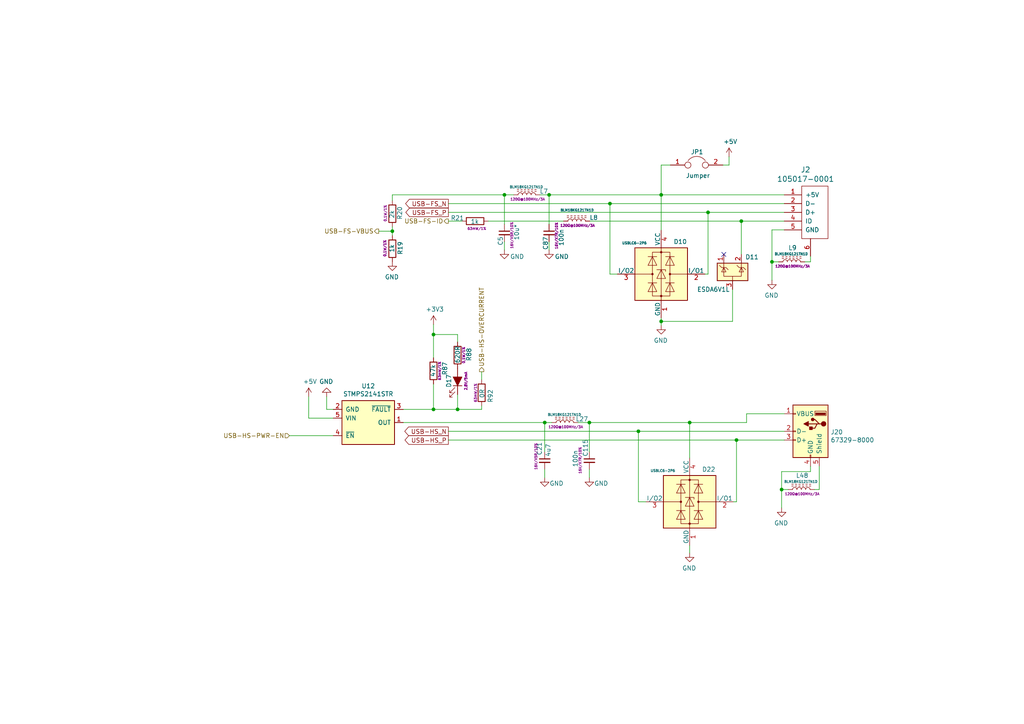
<source format=kicad_sch>
(kicad_sch (version 20211123) (generator eeschema)
  (paper "A4")
  (title_block (title "Buddy") (date "2019-10-24") (rev "v1.0.0") (company "PRUSA Research s.r.o.") (comment 1 "http://creativecommons.org/licenses/by-sa/4.0/") (comment 2 "Licensed under the Attribution-ShareAlike 4.0 International (CC BY-SA 4.0)"))
  (lib_symbols
    (symbol "BUDDY_v1.0.0-rescue:Jumper-Device" (pin_names (offset 0.762) hide)
      (property "Reference" "JP" (at 0 3.81 0))
      (property "Value" "Jumper-Device" (at 0 -2.032 0))
      (symbol "Jumper-Device_0_1"
        (circle (center -2.54 0) (radius 0.889))
        (arc (start 2.5146 1.27) (mid 0.0127 2.5097) (end -2.4892 1.27))
        (circle (center 2.54 0) (radius 0.889))
        (pin passive line (at -7.62 0 0) (length 4.191) (name "1") (number "1"))
        (pin passive line (at 7.62 0 180) (length 4.191) (name "2") (number "2"))
      )
    )
    (symbol "BUDDY_v1.0.0-rescue:LED_ALT-Device" (pin_numbers hide) (pin_names (offset 1.016) hide)
      (property "Reference" "D" (at 0 2.54 0))
      (property "Value" "LED_ALT-Device" (at 0 -2.54 0))
      (symbol "LED_ALT-Device_0_1"
        (polyline (pts (xy -1.27 -1.27) (xy -1.27 1.27)) (stroke (width 0.2032)))
        (polyline (pts (xy -1.27 0) (xy 1.27 0)))
        (polyline (pts (xy 1.27 -1.27) (xy 1.27 1.27) (xy -1.27 0) (xy 1.27 -1.27)) (stroke (width 0.2032)) (fill (type outline)))
        (polyline (pts (xy -3.048 -0.762) (xy -4.572 -2.286) (xy -3.81 -2.286) (xy -4.572 -2.286) (xy -4.572 -1.524)))
        (polyline (pts (xy -1.778 -0.762) (xy -3.302 -2.286) (xy -2.54 -2.286) (xy -3.302 -2.286) (xy -3.302 -1.524)))
      )
      (symbol "LED_ALT-Device_1_1"
        (pin passive line (at -3.81 0 0) (length 2.54) (name "K") (number "1"))
        (pin passive line (at 3.81 0 180) (length 2.54) (name "A") (number "2"))
      )
    )
    (symbol "BUDDY_v1.0.0-rescue:L_Core_Ferrite-Device" (pin_numbers hide) (pin_names (offset 1.016) hide)
      (property "Reference" "L" (at -1.27 0 90))
      (property "Value" "L_Core_Ferrite-Device" (at 2.794 0 90))
      (symbol "L_Core_Ferrite-Device_0_1"
        (arc (start 0 -2.54) (mid 0.635 -1.905) (end 0 -1.27))
        (arc (start 0 -1.27) (mid 0.635 -0.635) (end 0 0))
        (polyline (pts (xy 1.016 -2.794) (xy 1.016 -2.286)))
        (polyline (pts (xy 1.016 -1.778) (xy 1.016 -1.27)))
        (polyline (pts (xy 1.016 -0.762) (xy 1.016 -0.254)))
        (polyline (pts (xy 1.016 0.254) (xy 1.016 0.762)))
        (polyline (pts (xy 1.016 1.27) (xy 1.016 1.778)))
        (polyline (pts (xy 1.016 2.286) (xy 1.016 2.794)))
        (polyline (pts (xy 1.524 -2.286) (xy 1.524 -2.794)))
        (polyline (pts (xy 1.524 -1.27) (xy 1.524 -1.778)))
        (polyline (pts (xy 1.524 -0.254) (xy 1.524 -0.762)))
        (polyline (pts (xy 1.524 0.762) (xy 1.524 0.254)))
        (polyline (pts (xy 1.524 1.778) (xy 1.524 1.27)))
        (polyline (pts (xy 1.524 2.794) (xy 1.524 2.286)))
        (arc (start 0 0) (mid 0.635 0.635) (end 0 1.27))
        (arc (start 0 1.27) (mid 0.635 1.905) (end 0 2.54))
      )
      (symbol "L_Core_Ferrite-Device_1_1"
        (pin passive line (at 0 3.81 270) (length 1.27) (name "1") (number "1"))
        (pin passive line (at 0 -3.81 90) (length 1.27) (name "2") (number "2"))
      )
    )
    (symbol "BUDDY_v1.0.0-rescue:PRTR5V0U2X-Power_Protection" (pin_names (offset 0))
      (property "Reference" "D" (at 2.794 8.636 0))
      (property "Value" "PRTR5V0U2X-Power_Protection" (at 8.128 -9.398 0))
      (symbol "PRTR5V0U2X-Power_Protection_0_1"
        (rectangle (start -7.62 -7.62) (end 7.62 7.62) (stroke (width 0.254)) (fill (type background)))
        (circle (center -2.54 0) (radius 0.254) (fill (type outline)))
        (circle (center 0 -6.35) (radius 0.254) (fill (type outline)))
        (polyline (pts (xy -2.54 -2.54) (xy -2.54 5.08)))
        (polyline (pts (xy -2.54 0) (xy -7.62 0)))
        (polyline (pts (xy -1.27 -2.54) (xy -3.81 -2.54)))
        (polyline (pts (xy -1.27 5.08) (xy -3.81 5.08)))
        (polyline (pts (xy 0 -7.62) (xy 0 -6.35)))
        (polyline (pts (xy 0 -6.35) (xy 0 1.27)))
        (polyline (pts (xy 0 1.27) (xy 0 6.35)))
        (polyline (pts (xy 0 6.35) (xy 0 7.62)))
        (polyline (pts (xy 1.27 -2.54) (xy 3.81 -2.54)))
        (polyline (pts (xy 1.27 5.08) (xy 3.81 5.08)))
        (polyline (pts (xy 2.54 -2.54) (xy 2.54 5.08)))
        (polyline (pts (xy 2.54 0) (xy 7.62 0)))
        (polyline (pts (xy 0 -6.35) (xy -2.54 -6.35) (xy -2.54 -2.54)))
        (polyline (pts (xy 1.27 1.27) (xy -1.27 1.27) (xy -1.27 0.762)))
        (polyline (pts (xy 2.54 -2.54) (xy 2.54 -6.35) (xy 0 -6.35)))
        (polyline (pts (xy -3.81 -5.08) (xy -1.27 -5.08) (xy -2.54 -2.54) (xy -3.81 -5.08)))
        (polyline (pts (xy -3.81 2.54) (xy -1.27 2.54) (xy -2.54 5.08) (xy -3.81 2.54)))
        (polyline (pts (xy -2.54 5.08) (xy -2.54 6.35) (xy 2.54 6.35) (xy 2.54 5.08)))
        (polyline (pts (xy -1.27 -1.27) (xy 1.27 -1.27) (xy 0 1.27) (xy -1.27 -1.27)))
        (polyline (pts (xy 3.81 -5.08) (xy 1.27 -5.08) (xy 2.54 -2.54) (xy 3.81 -5.08)))
        (polyline (pts (xy 3.81 2.54) (xy 1.27 2.54) (xy 2.54 5.08) (xy 3.81 2.54)))
        (circle (center 0 6.35) (radius 0.254) (fill (type outline)))
        (circle (center 2.54 0) (radius 0.254) (fill (type outline)))
      )
      (symbol "PRTR5V0U2X-Power_Protection_1_1"
        (pin power_in line (at 0 -12.7 90) (length 5.08) (name "GND") (number "1"))
        (pin passive line (at -12.7 0 0) (length 5.08) (name "I/O1") (number "2"))
        (pin passive line (at 12.7 0 180) (length 5.08) (name "I/O2") (number "3"))
        (pin power_in line (at 0 12.7 270) (length 5.08) (name "VCC") (number "4"))
      )
    )
    (symbol "BUDDY_v1.0.0-rescue:SP0502BAHT-Power_Protection" (pin_names (offset 1.016) hide)
      (property "Reference" "D" (at 5.715 2.54 0))
      (property "Value" "SP0502BAHT-Power_Protection" (at 5.715 0.635 0))
      (symbol "SP0502BAHT-Power_Protection_0_0"
        (pin input line (at 0 -5.08 90) (length 2.54) (name "A") (number "3"))
      )
      (symbol "SP0502BAHT-Power_Protection_0_1"
        (rectangle (start -4.445 2.54) (end 4.445 -2.54) (stroke (width 0.254)) (fill (type background)))
        (polyline (pts (xy -2.54 2.54) (xy -2.54 1.27)))
        (polyline (pts (xy 0 -1.27) (xy 0 -2.54)))
        (polyline (pts (xy 2.54 2.54) (xy 2.54 1.27)))
        (polyline (pts (xy -3.81 1.905) (xy -3.175 1.27) (xy -1.905 1.27) (xy -1.27 0.635)))
        (polyline (pts (xy -2.54 1.27) (xy -2.54 -1.27) (xy 2.54 -1.27) (xy 2.54 1.27)))
        (polyline (pts (xy -2.54 1.27) (xy -1.905 0) (xy -3.175 0) (xy -2.54 1.27)))
        (polyline (pts (xy 1.27 1.905) (xy 1.905 1.27) (xy 3.175 1.27) (xy 3.81 0.635)))
        (polyline (pts (xy 2.54 1.27) (xy 1.905 0) (xy 3.175 0) (xy 2.54 1.27)))
      )
      (symbol "SP0502BAHT-Power_Protection_1_1"
        (pin input line (at -2.54 5.08 270) (length 2.54) (name "K") (number "1"))
        (pin input line (at 2.54 5.08 270) (length 2.54) (name "K") (number "2"))
      )
    )
    (symbol "BUDDY_v1.0.0-rescue:STMPS2141STR-Power_Management" (pin_names (offset 1.016))
      (property "Reference" "U" (at -7.62 11.43 0))
      (property "Value" "STMPS2141STR-Power_Management" (at 7.62 8.89 0))
      (symbol "STMPS2141STR-Power_Management_0_1"
        (rectangle (start -7.62 7.62) (end 7.62 -5.08) (stroke (width 0.254)) (fill (type background)))
      )
      (symbol "STMPS2141STR-Power_Management_1_1"
        (pin power_out line (at 10.16 1.27 180) (length 2.54) (name "OUT") (number "1"))
        (pin power_in line (at -10.16 5.08 0) (length 2.54) (name "GND") (number "2"))
        (pin power_out line (at 10.16 5.08 180) (length 2.54) (name "~{FAULT}") (number "3"))
        (pin input line (at -10.16 -2.54 0) (length 2.54) (name "~{EN}") (number "4"))
        (pin power_in line (at -10.16 2.54 0) (length 2.54) (name "VIN") (number "5"))
      )
    )
    (symbol "BUDDY_v1.0.0-rescue:USB-micro-Connector" (pin_names (offset 1.016))
      (property "Reference" "J" (at 1.27 -8.89 0))
      (property "Value" "USB-micro-Connector" (at -1.27 8.89 0))
      (symbol "USB-micro-Connector_0_1"
        (rectangle (start 0 7.62) (end -7.62 -7.62))
      )
      (symbol "USB-micro-Connector_1_1"
        (pin input line (at 5.08 5.08 180) (length 5.08) (name "+5V") (number "1"))
        (pin input line (at 5.08 2.54 180) (length 5.08) (name "D-") (number "2"))
        (pin input line (at 5.08 0 180) (length 5.08) (name "D+") (number "3"))
        (pin input line (at 5.08 -2.54 180) (length 5.08) (name "ID") (number "4"))
        (pin input line (at 5.08 -5.08 180) (length 5.08) (name "GND") (number "5"))
        (pin input line (at -2.54 -12.7 90) (length 5.08) (name "~") (number "6"))
      )
    )
    (symbol "BUDDY_v1.0.0-rescue:USB_A-Connector" (pin_names (offset 1.016))
      (property "Reference" "J" (at -5.08 11.43 0))
      (property "Value" "USB_A-Connector" (at -5.08 8.89 0))
      (symbol "USB_A-Connector_0_1"
        (rectangle (start -5.08 -7.62) (end 5.08 7.62) (stroke (width 0.254)) (fill (type background)))
        (circle (center -3.81 2.159) (radius 0.635) (stroke (width 0.254)) (fill (type outline)))
        (rectangle (start -1.524 4.826) (end -4.318 5.334) (fill (type outline)))
        (rectangle (start -1.27 4.572) (end -4.572 5.842))
        (circle (center -0.635 3.429) (radius 0.381) (stroke (width 0.254)) (fill (type outline)))
        (rectangle (start -0.127 -7.62) (end 0.127 -6.858))
        (polyline (pts (xy -3.175 2.159) (xy -2.54 2.159) (xy -1.27 3.429) (xy -0.635 3.429)) (stroke (width 0.254)))
        (polyline (pts (xy -2.54 2.159) (xy -1.905 2.159) (xy -1.27 0.889) (xy 0 0.889)) (stroke (width 0.254)))
        (polyline (pts (xy 0.635 2.794) (xy 0.635 1.524) (xy 1.905 2.159) (xy 0.635 2.794)) (stroke (width 0.254)) (fill (type outline)))
        (rectangle (start 0.254 1.27) (end -0.508 0.508) (stroke (width 0.254)) (fill (type outline)))
        (rectangle (start 5.08 -2.667) (end 4.318 -2.413))
        (rectangle (start 5.08 -0.127) (end 4.318 0.127))
        (rectangle (start 5.08 4.953) (end 4.318 5.207))
      )
      (symbol "USB_A-Connector_1_1"
        (polyline (pts (xy -1.905 2.159) (xy 0.635 2.159)) (stroke (width 0.254)))
        (pin power_in line (at 7.62 5.08 180) (length 2.54) (name "VBUS") (number "1"))
        (pin passive line (at 7.62 0 180) (length 2.54) (name "D-") (number "2"))
        (pin passive line (at 7.62 -2.54 180) (length 2.54) (name "D+") (number "3"))
        (pin power_in line (at 0 -10.16 90) (length 2.54) (name "GND") (number "4"))
        (pin passive line (at -2.54 -10.16 90) (length 2.54) (name "Shield") (number "5"))
      )
    )
    (symbol "Device:C_Small" (pin_numbers hide) (pin_names (offset 0.254) hide)
      (property "Reference" "C" (at 0.254 1.778 0))
      (property "Value" "C_Small" (at 0.254 -2.032 0))
      (symbol "C_Small_0_1"
        (polyline (pts (xy -1.524 -0.508) (xy 1.524 -0.508)) (stroke (width 0.3302)))
        (polyline (pts (xy -1.524 0.508) (xy 1.524 0.508)) (stroke (width 0.3048)))
      )
      (symbol "C_Small_1_1"
        (pin passive line (at 0 2.54 270) (length 2.032) (name "~") (number "1"))
        (pin passive line (at 0 -2.54 90) (length 2.032) (name "~") (number "2"))
      )
    )
    (symbol "Device:R" (pin_numbers hide) (pin_names (offset 0))
      (property "Reference" "R" (at 2.032 0 90))
      (property "Value" "R" (at 0 0 90))
      (symbol "R_0_1"
        (rectangle (start -1.016 -2.54) (end 1.016 2.54) (stroke (width 0.254)))
      )
      (symbol "R_1_1"
        (pin passive line (at 0 3.81 270) (length 1.27) (name "~") (number "1"))
        (pin passive line (at 0 -3.81 90) (length 1.27) (name "~") (number "2"))
      )
    )
    (symbol "power:+3.3V" (power) (pin_names (offset 0))
      (property "Value" "+3.3V" (at 0 3.556 0))
      (symbol "+3.3V_0_1"
        (polyline (pts (xy -0.762 1.27) (xy 0 2.54)))
        (polyline (pts (xy 0 0) (xy 0 2.54)))
        (polyline (pts (xy 0 2.54) (xy 0.762 1.27)))
      )
      (symbol "+3.3V_1_1"
        (pin power_in line (at 0 0 90) (length 0) hide (name "+3V3") (number "1"))
      )
    )
    (symbol "power:+5V" (power) (pin_names (offset 0))
      (property "Value" "+5V" (at 0 3.556 0))
      (symbol "+5V_0_1"
        (polyline (pts (xy -0.762 1.27) (xy 0 2.54)))
        (polyline (pts (xy 0 0) (xy 0 2.54)))
        (polyline (pts (xy 0 2.54) (xy 0.762 1.27)))
      )
      (symbol "+5V_1_1"
        (pin power_in line (at 0 0 90) (length 0) hide (name "+5V") (number "1"))
      )
    )
    (symbol "power:GND" (power) (pin_names (offset 0))
      (property "Value" "GND" (at 0 -3.81 0))
      (symbol "GND_0_1"
        (polyline (pts (xy 0 0) (xy 0 -1.27) (xy 1.27 -1.27) (xy 0 -2.54) (xy -1.27 -1.27) (xy 0 -1.27)))
      )
      (symbol "GND_1_1"
        (pin power_in line (at 0 0 270) (length 0) hide (name "GND") (number "1"))
      )
    )
  )
  (junction (at 146.304 56.515))
  (junction (at 226.695 141.986))
  (junction (at 157.988 122.555))
  (junction (at 159.258 56.515))
  (junction (at 170.942 122.555))
  (junction (at 213.614 127.635))
  (junction (at 223.901 75.946))
  (junction (at 205.359 61.595))
  (junction (at 191.77 56.515))
  (junction (at 191.77 93.218))
  (junction (at 125.73 118.745))
  (junction (at 125.73 97.028))
  (junction (at 185.166 125.095))
  (junction (at 113.792 67.056))
  (junction (at 200.025 122.555))
  (junction (at 215.011 64.135))
  (junction (at 132.715 118.745))
  (junction (at 176.911 59.055))
  (no_connect (at 209.931 73.787))
  (wire (pts (xy 225.806 75.946) (xy 223.901 75.946)))
  (wire (pts (xy 113.792 67.056) (xy 113.792 65.786)))
  (wire (pts (xy 226.695 136.779) (xy 226.695 141.986)))
  (wire (pts (xy 227.457 120.015) (xy 216.535 120.015)))
  (wire (pts (xy 159.258 72.517) (xy 159.258 70.104)))
  (wire (pts (xy 216.535 120.015) (xy 216.535 122.555)))
  (wire (pts (xy 170.942 131.064) (xy 170.942 122.555)))
  (wire (pts (xy 191.77 94.361) (xy 191.77 93.218)))
  (wire (pts (xy 130.048 127.635) (xy 213.614 127.635)))
  (wire (pts (xy 116.967 118.745) (xy 125.73 118.745)))
  (wire (pts (xy 211.455 47.879) (xy 211.455 45.466)))
  (wire (pts (xy 191.77 66.802) (xy 191.77 56.515)))
  (wire (pts (xy 233.426 75.946) (xy 235.077 75.946)))
  (wire (pts (xy 141.605 64.135) (xy 163.449 64.135)))
  (wire (pts (xy 89.535 121.285) (xy 89.535 115.062)))
  (wire (pts (xy 179.07 79.502) (xy 176.911 79.502)))
  (wire (pts (xy 205.359 61.595) (xy 227.457 61.595)))
  (wire (pts (xy 209.677 47.879) (xy 211.455 47.879)))
  (wire (pts (xy 159.258 65.024) (xy 159.258 56.515)))
  (wire (pts (xy 113.792 68.326) (xy 113.792 67.056)))
  (wire (pts (xy 235.077 75.946) (xy 235.077 74.295)))
  (wire (pts (xy 191.77 56.515) (xy 191.77 47.879)))
  (wire (pts (xy 125.73 97.028) (xy 125.73 103.759)))
  (wire (pts (xy 200.025 158.242) (xy 200.025 160.401)))
  (wire (pts (xy 157.988 122.555) (xy 157.988 131.064)))
  (wire (pts (xy 223.901 75.946) (xy 223.901 81.28)))
  (wire (pts (xy 113.792 56.515) (xy 146.304 56.515)))
  (wire (pts (xy 170.942 138.557) (xy 170.942 136.144)))
  (wire (pts (xy 130.048 59.055) (xy 176.911 59.055)))
  (wire (pts (xy 215.011 73.787) (xy 215.011 64.135)))
  (wire (pts (xy 157.988 122.555) (xy 160.02 122.555)))
  (wire (pts (xy 212.725 145.542) (xy 213.614 145.542)))
  (wire (pts (xy 157.988 138.557) (xy 157.988 136.144)))
  (wire (pts (xy 159.258 56.515) (xy 191.77 56.515)))
  (wire (pts (xy 113.792 58.166) (xy 113.792 56.515)))
  (wire (pts (xy 237.617 135.255) (xy 237.617 141.986)))
  (wire (pts (xy 215.011 64.135) (xy 227.457 64.135)))
  (wire (pts (xy 94.742 118.745) (xy 94.742 115.062)))
  (wire (pts (xy 212.471 93.218) (xy 212.471 83.947)))
  (wire (pts (xy 125.73 97.028) (xy 125.73 94.107)))
  (wire (pts (xy 213.614 127.635) (xy 227.457 127.635)))
  (wire (pts (xy 185.166 145.542) (xy 185.166 125.095)))
  (wire (pts (xy 176.911 59.055) (xy 227.457 59.055)))
  (wire (pts (xy 146.304 56.515) (xy 148.971 56.515)))
  (wire (pts (xy 132.715 97.028) (xy 132.715 99.187)))
  (wire (pts (xy 205.359 79.502) (xy 205.359 61.595)))
  (wire (pts (xy 235.077 135.255) (xy 235.077 136.779)))
  (wire (pts (xy 187.325 145.542) (xy 185.166 145.542)))
  (wire (pts (xy 185.166 125.095) (xy 227.457 125.095)))
  (wire (pts (xy 139.7 118.745) (xy 139.7 117.729)))
  (wire (pts (xy 139.7 110.109) (xy 139.7 107.823)))
  (wire (pts (xy 96.647 126.365) (xy 83.947 126.365)))
  (wire (pts (xy 96.647 118.745) (xy 94.742 118.745)))
  (wire (pts (xy 125.73 111.379) (xy 125.73 118.745)))
  (wire (pts (xy 200.025 132.842) (xy 200.025 122.555)))
  (wire (pts (xy 146.304 56.515) (xy 146.304 65.024)))
  (wire (pts (xy 130.048 64.135) (xy 133.985 64.135)))
  (wire (pts (xy 96.647 121.285) (xy 89.535 121.285)))
  (wire (pts (xy 132.715 118.745) (xy 132.715 114.427)))
  (wire (pts (xy 130.048 61.595) (xy 205.359 61.595)))
  (wire (pts (xy 226.695 141.986) (xy 226.695 147.32)))
  (wire (pts (xy 237.617 141.986) (xy 236.22 141.986)))
  (wire (pts (xy 200.025 122.555) (xy 216.535 122.555)))
  (wire (pts (xy 132.715 118.745) (xy 139.7 118.745)))
  (wire (pts (xy 116.967 122.555) (xy 157.988 122.555)))
  (wire (pts (xy 125.73 97.028) (xy 132.715 97.028)))
  (wire (pts (xy 167.64 122.555) (xy 170.942 122.555)))
  (wire (pts (xy 191.77 56.515) (xy 227.457 56.515)))
  (wire (pts (xy 223.901 66.675) (xy 227.457 66.675)))
  (wire (pts (xy 228.6 141.986) (xy 226.695 141.986)))
  (wire (pts (xy 191.77 93.218) (xy 212.471 93.218)))
  (wire (pts (xy 171.069 64.135) (xy 215.011 64.135)))
  (wire (pts (xy 191.77 47.879) (xy 194.437 47.879)))
  (wire (pts (xy 235.077 136.779) (xy 226.695 136.779)))
  (wire (pts (xy 170.942 122.555) (xy 200.025 122.555)))
  (wire (pts (xy 213.614 145.542) (xy 213.614 127.635)))
  (wire (pts (xy 191.77 93.218) (xy 191.77 92.202)))
  (wire (pts (xy 130.048 125.095) (xy 185.166 125.095)))
  (wire (pts (xy 156.591 56.515) (xy 159.258 56.515)))
  (wire (pts (xy 113.792 67.056) (xy 109.855 67.056)))
  (wire (pts (xy 125.73 118.745) (xy 132.715 118.745)))
  (wire (pts (xy 146.304 72.517) (xy 146.304 70.104)))
  (wire (pts (xy 223.901 66.675) (xy 223.901 75.946)))
  (wire (pts (xy 204.47 79.502) (xy 205.359 79.502)))
  (wire (pts (xy 176.911 79.502) (xy 176.911 59.055)))
  (global_label "USB-FS_N" (shape output) (at 130.048 59.055 180) (property "Intersheet References" "${INTERSHEET_REFS}" (effects hide)))
  (global_label "USB-HS_N" (shape output) (at 130.048 125.095 180) (property "Intersheet References" "${INTERSHEET_REFS}" (effects hide)))
  (global_label "USB-HS_P" (shape output) (at 130.048 127.635 180) (property "Intersheet References" "${INTERSHEET_REFS}" (effects hide)))
  (global_label "USB-FS_P" (shape output) (at 130.048 61.595 180) (property "Intersheet References" "${INTERSHEET_REFS}" (effects hide)))
  (hierarchical_label "USB-FS-VBUS" (shape output) (at 109.855 67.056 180))
  (hierarchical_label "USB-HS-OVERCURRENT" (shape output) (at 139.7 107.823 90))
  (hierarchical_label "USB-HS-PWR-EN" (shape input) (at 83.947 126.365 180))
  (hierarchical_label "USB-FS-ID" (shape output) (at 130.048 64.135 180))
  (symbol (lib_id "BUDDY_v1.0.0-rescue:L_Core_Ferrite-Device") (at 229.616 75.946 90) (unit 1)
    (property "Reference" "L9" (at 229.87 71.882 90))
    (property "Value" "BLM18KG121TN1D" (at 229.489 73.66 90) (effects (font (size 0.7112 0.7112))))
    (property "Footprint" "A3IDES_footprints:R_0603_1608Metric" (effects hide))
    (property "req" "120Ω@100MHz/3A" (at 229.87 77.216 90) (effects (font (size 0.7112 0.7112))))
  )
  (symbol (lib_id "BUDDY_v1.0.0-rescue:SP0502BAHT-Power_Protection") (at 212.471 78.867 0) (unit 1)
    (property "Reference" "D11" (at 216.154 74.549 0) (effects (justify left)))
    (property "Value" "ESDA6V1L" (at 202.184 83.947 0) (effects (justify left)))
    (property "Footprint" "A3IDES_footprints:SOT-23" (effects hide))
  )
  (symbol (lib_id "Device:R") (at 113.792 72.136 0) (unit 1)
    (property "Reference" "R19" (at 116.078 73.914 90) (effects (justify left)))
    (property "Value" "1k" (at 113.665 73.279 90) (effects (justify left)))
    (property "Footprint" "A3IDES_footprints:R_0603_1608Metric" (effects hide))
    (property "req" "0,1W/1%" (at 111.633 72.009 90) (effects (font (size 0.7112 0.7112))))
  )
  (symbol (lib_id "Device:R") (at 113.792 61.976 0) (unit 1)
    (property "Reference" "R20" (at 115.951 63.754 90) (effects (justify left)))
    (property "Value" "2k" (at 113.665 63.373 90) (effects (justify left)))
    (property "Footprint" "A3IDES_footprints:R_0603_1608Metric" (effects hide))
    (property "req" "0,1W/1%" (at 111.76 61.849 90) (effects (font (size 0.7112 0.7112))))
  )
  (symbol (lib_id "power:GND") (at 113.792 75.946 0) (mirror y) (unit 1)
    (property "Reference" "#PWR0112" (effects hide))
    (property "Value" "GND" (at 113.665 80.3402 0))
  )
  (symbol (lib_id "BUDDY_v1.0.0-rescue:USB-micro-Connector") (at 232.537 61.595 0) (mirror y) (unit 1)
    (property "Reference" "J2" (at 233.6546 49.2252 0) (effects (font (size 1.524 1.524))))
    (property "Value" "105017-0001" (at 233.6546 51.9176 0) (effects (font (size 1.524 1.524))))
    (property "Footprint" "A3IDES_footprints:USB-micro" (effects hide))
  )
  (symbol (lib_id "power:GND") (at 223.901 81.28 0) (mirror y) (unit 1)
    (property "Reference" "#PWR024" (effects hide))
    (property "Value" "GND" (at 223.774 85.6742 0))
  )
  (symbol (lib_id "BUDDY_v1.0.0-rescue:PRTR5V0U2X-Power_Protection") (at 191.77 79.502 0) (mirror y) (unit 1)
    (property "Reference" "D10" (at 199.263 70.104 0) (effects (justify left)))
    (property "Value" "USBLC6-2P6" (at 187.579 70.485 0) (effects (font (size 0.7112 0.7112)) (justify left)))
    (property "Footprint" "A3IDES_footprints:SOT143B" (effects hide))
  )
  (symbol (lib_id "power:GND") (at 191.77 94.361 0) (mirror y) (unit 1)
    (property "Reference" "#PWR020" (effects hide))
    (property "Value" "GND" (at 191.643 98.7552 0))
  )
  (symbol (lib_id "Device:C_Small") (at 146.304 67.564 0) (unit 1)
    (property "Reference" "C5" (at 145.161 71.247 90) (effects (justify left)))
    (property "Value" "10u*" (at 149.86 69.723 90) (effects (justify left)))
    (property "Footprint" "A3IDES_footprints:C_0805_2012Metric" (effects hide))
    (property "req" "16V/X5R/10%" (at 148.463 72.136 90) (effects (font (size 0.7112 0.7112)) (justify left)))
  )
  (symbol (lib_id "power:GND") (at 146.304 72.517 0) (mirror y) (unit 1)
    (property "Reference" "#PWR022" (effects hide))
    (property "Value" "GND" (at 149.987 74.422 0))
  )
  (symbol (lib_id "power:GND") (at 226.695 147.32 0) (mirror y) (unit 1)
    (property "Reference" "#PWR0195" (effects hide))
    (property "Value" "GND" (at 226.568 151.7142 0))
  )
  (symbol (lib_id "BUDDY_v1.0.0-rescue:PRTR5V0U2X-Power_Protection") (at 200.025 145.542 0) (mirror y) (unit 1)
    (property "Reference" "D22" (at 207.518 136.144 0) (effects (justify left)))
    (property "Value" "USBLC6-2P6" (at 195.834 136.525 0) (effects (font (size 0.7112 0.7112)) (justify left)))
    (property "Footprint" "A3IDES_footprints:SOT143B" (effects hide))
  )
  (symbol (lib_id "power:GND") (at 200.025 160.401 0) (mirror y) (unit 1)
    (property "Reference" "#PWR0196" (effects hide))
    (property "Value" "GND" (at 199.898 164.7952 0))
  )
  (symbol (lib_id "BUDDY_v1.0.0-rescue:STMPS2141STR-Power_Management") (at 106.807 123.825 0) (unit 1)
    (property "Reference" "U12" (at 106.807 111.9632 0))
    (property "Value" "STMPS2141STR" (at 106.807 114.2746 0))
    (property "Footprint" "A3IDES_footprints:SOT-23-5" (effects hide))
  )
  (symbol (lib_id "Device:C_Small") (at 157.988 133.604 0) (unit 1)
    (property "Reference" "C21" (at 156.464 132.08 90) (effects (justify left)))
    (property "Value" "4u7" (at 159.004 132.461 90) (effects (justify left)))
    (property "Footprint" "A3IDES_footprints:C_0805_2012Metric" (effects hide))
    (property "req" "16V/X5R/10%" (at 155.448 136.271 90) (effects (font (size 0.7112 0.7112)) (justify left)))
  )
  (symbol (lib_id "power:GND") (at 157.988 138.557 0) (mirror y) (unit 1)
    (property "Reference" "#PWR0197" (effects hide))
    (property "Value" "GND" (at 161.417 140.208 0))
  )
  (symbol (lib_id "BUDDY_v1.0.0-rescue:LED_ALT-Device") (at 132.715 110.617 270) (mirror x) (unit 1)
    (property "Reference" "D17" (at 130.175 110.49 0))
    (property "Value" "GRN" (effects hide))
    (property "Footprint" "A3IDES_footprints:LED_0603" (effects hide))
    (property "req" "2,8V/5mA" (at 135.128 110.49 0) (effects (font (size 0.7112 0.7112))))
  )
  (symbol (lib_id "Device:R") (at 125.73 107.569 0) (unit 1)
    (property "Reference" "R87" (at 129.032 108.839 90) (effects (justify left)))
    (property "Value" "47k" (at 125.603 109.347 90) (effects (justify left)))
    (property "Footprint" "A3IDES_footprints:R_0402_1005Metric" (effects hide))
    (property "req" "63mW/1%" (at 127.508 107.569 90) (effects (font (size 0.7112 0.7112))))
  )
  (symbol (lib_id "Device:R") (at 132.715 102.997 0) (unit 1)
    (property "Reference" "R88" (at 136.017 104.775 90) (effects (justify left)))
    (property "Value" "620R" (at 132.715 105.41 90) (effects (justify left)))
    (property "Footprint" "A3IDES_footprints:R_0603_1608Metric" (effects hide))
    (property "req" "0,1W/1%" (at 134.493 102.997 90) (effects (font (size 0.7112 0.7112))))
  )
  (symbol (lib_id "Device:R") (at 139.7 113.919 180) (unit 1)
    (property "Reference" "R92" (at 142.24 112.903 90) (effects (justify left)))
    (property "Value" "0R" (at 139.827 112.776 90) (effects (justify left)))
    (property "Footprint" "A3IDES_footprints:R_0402_1005Metric" (effects hide))
    (property "req" "63mW/1%" (at 137.922 113.919 90) (effects (font (size 0.7112 0.7112))))
  )
  (symbol (lib_id "power:+3.3V") (at 125.73 94.107 0) (unit 1)
    (property "Reference" "#PWR0198" (effects hide))
    (property "Value" "+3.3V" (at 126.111 89.7128 0))
  )
  (symbol (lib_id "power:GND") (at 94.742 115.062 180) (unit 1)
    (property "Reference" "#PWR0199" (effects hide))
    (property "Value" "GND" (at 94.615 110.6678 0))
  )
  (symbol (lib_id "power:+5V") (at 89.535 115.062 0) (unit 1)
    (property "Reference" "#PWR0200" (effects hide))
    (property "Value" "+5V" (at 89.916 110.6678 0))
  )
  (symbol (lib_id "BUDDY_v1.0.0-rescue:L_Core_Ferrite-Device") (at 163.83 122.555 90) (unit 1)
    (property "Reference" "L27" (at 168.783 121.539 90))
    (property "Value" "BLM18KG121TN1D" (at 163.703 120.269 90) (effects (font (size 0.7112 0.7112))))
    (property "Footprint" "A3IDES_footprints:R_0603_1608Metric" (effects hide))
    (property "req" "120Ω@100MHz/3A" (at 164.084 123.825 90) (effects (font (size 0.7112 0.7112))))
  )
  (symbol (lib_id "BUDDY_v1.0.0-rescue:L_Core_Ferrite-Device") (at 232.41 141.986 90) (unit 1)
    (property "Reference" "L48" (at 232.664 137.922 90))
    (property "Value" "BLM18KG121TN1D" (at 232.283 139.7 90) (effects (font (size 0.7112 0.7112))))
    (property "Footprint" "A3IDES_footprints:R_0603_1608Metric" (effects hide))
    (property "req" "120Ω@100MHz/3A" (at 232.664 143.256 90) (effects (font (size 0.7112 0.7112))))
  )
  (symbol (lib_id "BUDDY_v1.0.0-rescue:USB_A-Connector") (at 235.077 125.095 0) (mirror y) (unit 1)
    (property "Reference" "J20" (at 240.8936 125.3236 0) (effects (justify right)))
    (property "Value" "67329-8000" (at 240.8936 127.635 0) (effects (justify right)))
    (property "Footprint" "A3IDES_footprints:USB-A-vertical-MX-67329-8000" (effects hide))
  )
  (symbol (lib_id "Device:R") (at 137.795 64.135 90) (unit 1)
    (property "Reference" "R21" (at 134.62 63.246 90) (effects (justify left)))
    (property "Value" "1k" (at 138.938 64.262 90) (effects (justify left)))
    (property "Footprint" "A3IDES_footprints:R_0402_1005Metric" (effects hide))
    (property "req" "63mW/1%" (at 138.303 66.294 90) (effects (font (size 0.7112 0.7112))))
  )
  (symbol (lib_id "BUDDY_v1.0.0-rescue:L_Core_Ferrite-Device") (at 167.259 64.135 90) (unit 1)
    (property "Reference" "L8" (at 172.212 63.119 90))
    (property "Value" "BLM18KG121TN1D" (at 167.386 60.96 90) (effects (font (size 0.7112 0.7112))))
    (property "Footprint" "A3IDES_footprints:R_0603_1608Metric" (effects hide))
    (property "req" "120Ω@100MHz/3A" (at 167.513 65.405 90) (effects (font (size 0.7112 0.7112))))
  )
  (symbol (lib_id "Device:C_Small") (at 159.258 67.564 0) (unit 1)
    (property "Reference" "C87" (at 158.242 72.517 90) (effects (justify left)))
    (property "Value" "100n" (at 162.814 71.374 90) (effects (justify left)))
    (property "Footprint" "A3IDES_footprints:C_0402_1005Metric" (effects hide))
    (property "req" "16V/X7R/10%" (at 161.417 72.263 90) (effects (font (size 0.7112 0.7112)) (justify left)))
  )
  (symbol (lib_id "Device:C_Small") (at 170.942 133.604 0) (unit 1)
    (property "Reference" "C115" (at 169.799 132.461 90) (effects (justify left)))
    (property "Value" "100n" (at 166.878 135.509 90) (effects (justify left)))
    (property "Footprint" "A3IDES_footprints:C_0402_1005Metric" (effects hide))
    (property "req" "16V/X7R/10%" (at 168.275 137.414 90) (effects (font (size 0.7112 0.7112)) (justify left)))
  )
  (symbol (lib_id "power:GND") (at 170.942 138.557 0) (mirror y) (unit 1)
    (property "Reference" "#PWR0201" (effects hide))
    (property "Value" "GND" (at 174.371 140.208 0))
  )
  (symbol (lib_id "power:GND") (at 159.258 72.517 0) (mirror y) (unit 1)
    (property "Reference" "#PWR0227" (effects hide))
    (property "Value" "GND" (at 162.941 74.422 0))
  )
  (symbol (lib_id "BUDDY_v1.0.0-rescue:L_Core_Ferrite-Device") (at 152.781 56.515 90) (unit 1)
    (property "Reference" "L7" (at 157.734 55.499 90))
    (property "Value" "BLM18KG121TN1D" (at 152.654 54.229 90) (effects (font (size 0.7112 0.7112))))
    (property "Footprint" "A3IDES_footprints:R_0603_1608Metric" (effects hide))
    (property "req" "120Ω@100MHz/3A" (at 153.035 57.785 90) (effects (font (size 0.7112 0.7112))))
  )
  (symbol (lib_id "BUDDY_v1.0.0-rescue:Jumper-Device") (at 202.057 47.879 0) (unit 1)
    (property "Reference" "JP1" (at 202.184 44.069 0))
    (property "Value" "Jumper" (at 202.438 50.927 0))
    (property "Footprint" "Jumper:SolderJumper-2_P1.3mm_Open_TrianglePad1.0x1.5mm" (effects hide))
  )
  (symbol (lib_id "power:+5V") (at 211.455 45.466 0) (unit 1)
    (property "Reference" "#PWR021" (effects hide))
    (property "Value" "+5V" (at 211.836 41.0718 0))
  )
)
</source>
